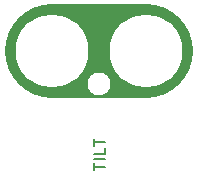
<source format=gto>
%TF.GenerationSoftware,KiCad,Pcbnew,4.0.5-e0-6337~49~ubuntu16.04.1*%
%TF.CreationDate,2017-07-06T19:38:19-07:00*%
%TF.ProjectId,2x2-Tilt-Switch-SW-520D-TH,3278322D54696C742D5377697463682D,1.0*%
%TF.FileFunction,Legend,Top*%
%FSLAX46Y46*%
G04 Gerber Fmt 4.6, Leading zero omitted, Abs format (unit mm)*
G04 Created by KiCad (PCBNEW 4.0.5-e0-6337~49~ubuntu16.04.1) date Thu Jul  6 19:38:19 2017*
%MOMM*%
%LPD*%
G01*
G04 APERTURE LIST*
%ADD10C,0.350000*%
%ADD11C,8.000000*%
%ADD12C,0.150000*%
%ADD13C,1.930400*%
%ADD14C,6.152400*%
G04 APERTURE END LIST*
D10*
D11*
X16525000Y-28500000D02*
X24525000Y-28500000D01*
D12*
X19025000Y-30270000D02*
X22025000Y-30270000D01*
X20041381Y-38571524D02*
X20041381Y-38000095D01*
X21041381Y-38285810D02*
X20041381Y-38285810D01*
X21041381Y-37666762D02*
X20041381Y-37666762D01*
X21041381Y-36714381D02*
X21041381Y-37190572D01*
X20041381Y-37190572D01*
X20041381Y-36523905D02*
X20041381Y-35952476D01*
X21041381Y-36238191D02*
X20041381Y-36238191D01*
%LPC*%
D13*
X20500000Y-33700000D03*
X20500000Y-31300000D03*
D14*
X16525000Y-36500000D03*
X16525000Y-28500000D03*
X24525000Y-28500000D03*
X24525000Y-36500000D03*
M02*

</source>
